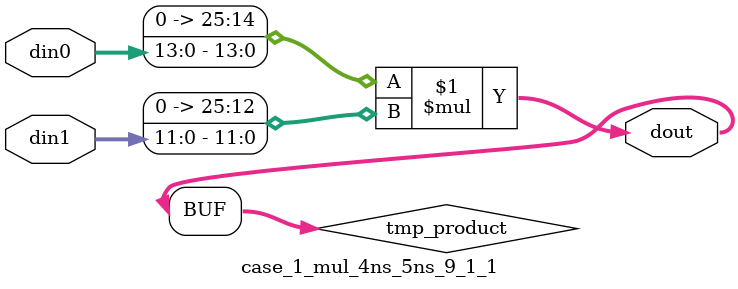
<source format=v>

`timescale 1 ns / 1 ps

 (* use_dsp = "no" *)  module case_1_mul_4ns_5ns_9_1_1(din0, din1, dout);
parameter ID = 1;
parameter NUM_STAGE = 0;
parameter din0_WIDTH = 14;
parameter din1_WIDTH = 12;
parameter dout_WIDTH = 26;

input [din0_WIDTH - 1 : 0] din0; 
input [din1_WIDTH - 1 : 0] din1; 
output [dout_WIDTH - 1 : 0] dout;

wire signed [dout_WIDTH - 1 : 0] tmp_product;
























assign tmp_product = $signed({1'b0, din0}) * $signed({1'b0, din1});











assign dout = tmp_product;





















endmodule

</source>
